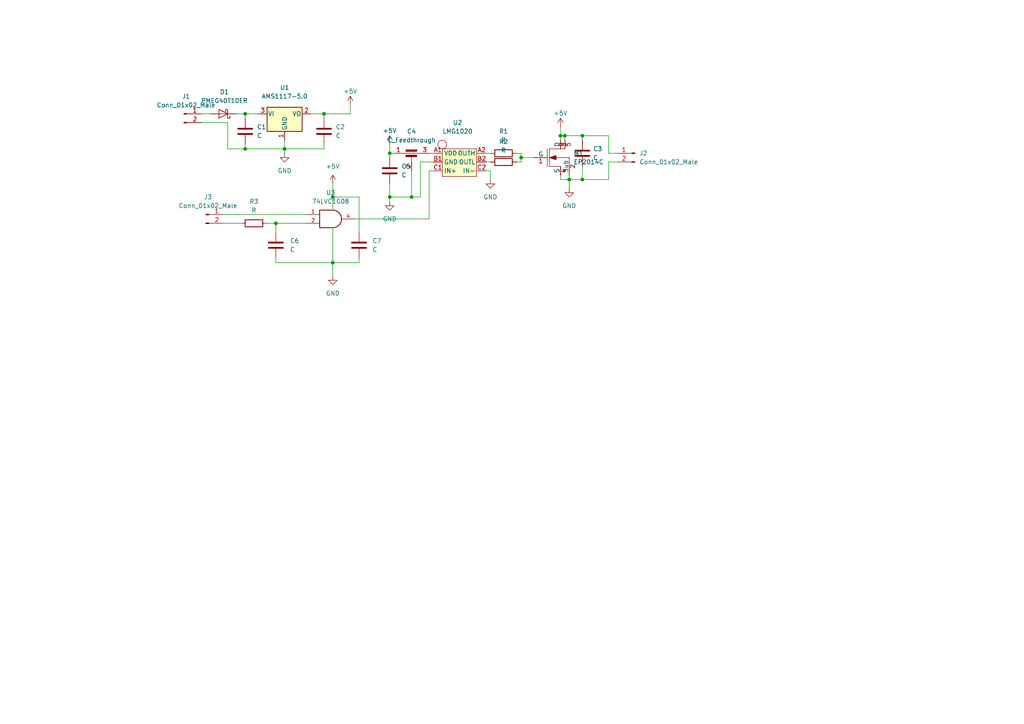
<source format=kicad_sch>
(kicad_sch (version 20211123) (generator eeschema)
  (paper "A4")
  (lib_symbols
    (symbol "74xGxx:74LVC1G08" (pin_names (offset 1.016))
      (property "Reference" "U" (at -2.54 3.81 0))
      (property "Value" "74LVC1G08" (at 0 -3.81 0))
      (symbol "74LVC1G08_0_1"
        (arc (start 0 -2.54) (mid 2.54 0) (end 0 2.54) (stroke (width 0.254)))
        (polyline (pts (xy 0 -2.54) (xy -3.81 -2.54) (xy -3.81 2.54) (xy 0 2.54)) (stroke (width 0.254)))
      )
      (symbol "74LVC1G08_1_1"
        (pin input line (at -7.62 1.27 0) (length 3.81) (name "~") (number "1"))
        (pin input line (at -7.62 -1.27 0) (length 3.81) (name "~") (number "2"))
        (pin power_in line (at 0 -2.54 270) (length 0) hide (name "GND") (number "3"))
        (pin output line (at 6.35 0 180) (length 3.81) (name "~") (number "4"))
        (pin power_in line (at 0 2.54 90) (length 0) hide (name "VCC") (number "5"))
      )
    )
    (symbol "Connector:Conn_01x02_Male" (pin_names (offset 1.016) hide)
      (property "Reference" "J" (at 0 2.54 0))
      (property "Value" "Conn_01x02_Male" (at 0 -5.08 0))
      (symbol "Conn_01x02_Male_1_1"
        (polyline (pts (xy 1.27 -2.54) (xy 0.8636 -2.54)) (stroke (width 0.1524)))
        (polyline (pts (xy 1.27 0) (xy 0.8636 0)) (stroke (width 0.1524)))
        (rectangle (start 0.8636 -2.413) (end 0 -2.667) (stroke (width 0.1524)) (fill (type outline)))
        (rectangle (start 0.8636 0.127) (end 0 -0.127) (stroke (width 0.1524)) (fill (type outline)))
        (pin passive line (at 5.08 0 180) (length 3.81) (name "Pin_1") (number "1"))
        (pin passive line (at 5.08 -2.54 180) (length 3.81) (name "Pin_2") (number "2"))
      )
    )
    (symbol "Device:C" (pin_numbers hide) (pin_names (offset 0.254))
      (property "Reference" "C" (at 0.635 2.54 0))
      (property "Value" "C" (at 0.635 -2.54 0))
      (symbol "C_0_1"
        (polyline (pts (xy -2.032 -0.762) (xy 2.032 -0.762)) (stroke (width 0.508)))
        (polyline (pts (xy -2.032 0.762) (xy 2.032 0.762)) (stroke (width 0.508)))
      )
      (symbol "C_1_1"
        (pin passive line (at 0 3.81 270) (length 2.794) (name "~") (number "1"))
        (pin passive line (at 0 -3.81 90) (length 2.794) (name "~") (number "2"))
      )
    )
    (symbol "Device:C_Feedthrough" (pin_names (offset 0.254) hide)
      (property "Reference" "C" (at 0 7.62 0))
      (property "Value" "C_Feedthrough" (at 0 5.715 0))
      (symbol "C_Feedthrough_0_1"
        (rectangle (start -1.651 1.524) (end 1.524 2.032) (fill (type outline)))
        (polyline (pts (xy -2.54 2.54) (xy 2.54 2.54)))
        (polyline (pts (xy 0 0) (xy 0 1.778)))
        (rectangle (start 1.524 3.048) (end -1.651 3.556) (fill (type outline)))
      )
      (symbol "C_Feedthrough_1_1"
        (pin passive line (at -5.08 2.54 0) (length 2.54) (name "1") (number "1"))
        (pin passive line (at 0 -2.54 90) (length 2.54) (name "2") (number "2"))
        (pin passive line (at 5.08 2.54 180) (length 2.54) (name "3") (number "3"))
      )
    )
    (symbol "Device:R" (pin_numbers hide) (pin_names (offset 0))
      (property "Reference" "R" (at 2.032 0 90))
      (property "Value" "R" (at 0 0 90))
      (symbol "R_0_1"
        (rectangle (start -1.016 -2.54) (end 1.016 2.54) (stroke (width 0.254)))
      )
      (symbol "R_1_1"
        (pin passive line (at 0 3.81 270) (length 1.27) (name "~") (number "1"))
        (pin passive line (at 0 -3.81 90) (length 1.27) (name "~") (number "2"))
      )
    )
    (symbol "Diode:PMEG40T10ER" (pin_numbers hide) (pin_names hide)
      (property "Reference" "D" (at 0 2.54 0))
      (property "Value" "PMEG40T10ER" (at 0 -2.54 0))
      (symbol "PMEG40T10ER_0_1"
        (polyline (pts (xy 1.27 0) (xy -1.27 0)))
        (polyline (pts (xy 1.27 1.27) (xy 1.27 -1.27) (xy -1.27 0) (xy 1.27 1.27)) (stroke (width 0.2032)))
        (polyline (pts (xy -1.905 0.635) (xy -1.905 1.27) (xy -1.27 1.27) (xy -1.27 -1.27) (xy -0.635 -1.27) (xy -0.635 -0.635)) (stroke (width 0.2032)))
      )
      (symbol "PMEG40T10ER_1_1"
        (pin passive line (at -3.81 0 0) (length 2.54) (name "K") (number "1"))
        (pin passive line (at 3.81 0 180) (length 2.54) (name "A") (number "2"))
      )
    )
    (symbol "FLIM_LASR:LMG1020"
      (property "Reference" "U" (at 5.08 3.81 0))
      (property "Value" "LMG1020" (at 6.35 6.35 0))
      (symbol "LMG1020_0_1"
        (polyline (pts (xy 0 1.27) (xy 0 -6.73) (xy 10 -6.73) (xy 10 1.27) (xy 0 1.27)) (fill (type background)))
        (circle (center 0 2.54) (radius 1.27))
      )
      (symbol "LMG1020_1_1"
        (pin power_in line (at -2.54 0 0) (length 2.54) (name "VDD") (number "A1"))
        (pin output line (at 12.7 0 180) (length 2.54) (name "OUTH") (number "A2"))
        (pin power_in line (at -2.54 -2.54 0) (length 2.54) (name "GND") (number "B1"))
        (pin output line (at 12.7 -2.54 180) (length 2.54) (name "OUTL") (number "B2"))
        (pin input line (at -2.54 -5.08 0) (length 2.54) (name "IN+") (number "C1"))
        (pin input line (at 12.7 -5.08 180) (length 2.54) (name "IN-") (number "C2"))
      )
    )
    (symbol "Regulator_Linear:AMS1117-5.0" (pin_names (offset 0.254))
      (property "Reference" "U" (at -3.81 3.175 0))
      (property "Value" "AMS1117-5.0" (at 0 3.175 0))
      (symbol "AMS1117-5.0_0_1"
        (rectangle (start -5.08 -5.08) (end 5.08 1.905) (stroke (width 0.254)) (fill (type background)))
      )
      (symbol "AMS1117-5.0_1_1"
        (pin power_in line (at 0 -7.62 90) (length 2.54) (name "GND") (number "1"))
        (pin power_out line (at 7.62 0 180) (length 2.54) (name "VO") (number "2"))
        (pin power_in line (at -7.62 0 0) (length 2.54) (name "VI") (number "3"))
      )
    )
    (symbol "power:+5V" (power) (pin_names (offset 0))
      (property "Value" "+5V" (at 0 3.556 0))
      (symbol "+5V_0_1"
        (polyline (pts (xy -0.762 1.27) (xy 0 2.54)))
        (polyline (pts (xy 0 0) (xy 0 2.54)))
        (polyline (pts (xy 0 2.54) (xy 0.762 1.27)))
      )
      (symbol "+5V_1_1"
        (pin power_in line (at 0 0 90) (length 0) hide (name "+5V") (number "1"))
      )
    )
    (symbol "power:GND" (power) (pin_names (offset 0))
      (property "Value" "GND" (at 0 -3.81 0))
      (symbol "GND_0_1"
        (polyline (pts (xy 0 0) (xy 0 -1.27) (xy 1.27 -1.27) (xy 0 -2.54) (xy -1.27 -1.27) (xy 0 -1.27)))
      )
      (symbol "GND_1_1"
        (pin power_in line (at 0 0 270) (length 0) hide (name "GND") (number "1"))
      )
    )
    (symbol "pspice:MNMOS" (pin_names (offset 0))
      (property "Reference" "M1" (at 6.35 1.2701 0))
      (property "Value" "EP2014C" (at 6.35 -1.2699 0))
      (symbol "MNMOS_0_1"
        (polyline (pts (xy -1.27 -2.54) (xy -1.27 2.54)))
        (polyline (pts (xy -0.635 -2.54) (xy 2.54 -2.54)))
        (polyline (pts (xy 2.54 2.54) (xy -0.635 2.54)))
        (polyline (pts (xy 3.81 2.54) (xy 2.54 2.54)))
        (polyline (pts (xy 5.08 0) (xy -0.635 0)))
        (polyline (pts (xy -0.635 0) (xy 1.27 0.635) (xy 1.27 -0.635) (xy -0.635 0)) (fill (type outline)))
      )
      (symbol "MNMOS_1_1"
        (polyline (pts (xy -0.635 -2.54) (xy -0.635 2.54)))
        (pin input line (at -5.08 0 0) (length 3.81) (name "G") (number "1"))
        (pin input line (at 5.08 -5.08 90) (length 5.08) (name "Sub") (number "2"))
        (pin passive line (at 2.54 5.08 270) (length 2.54) (name "D") (number "3"))
        (pin passive line (at 2.54 -5.08 90) (length 2.54) (name "S") (number "4"))
        (pin passive line (at 3.81 5.08 270) (length 2.54) (name "D") (number "5"))
      )
    )
  )
  (junction (at 168.91 52.07))
  (junction (at 165.1 52.07))
  (junction (at 96.52 57.15))
  (junction (at 119.38 57.15))
  (junction (at 82.55 43.18))
  (junction (at 151.13 45.72))
  (junction (at 113.03 44.45))
  (junction (at 113.03 57.15))
  (junction (at 71.12 33.02))
  (junction (at 96.52 76.2))
  (junction (at 93.98 33.02))
  (junction (at 168.91 39.37))
  (junction (at 71.12 43.18))
  (junction (at 80.01 64.77))
  (junction (at 162.56 39.37))
  (junction (at 163.83 39.37))
  (wire (pts (xy 113.03 57.15) (xy 113.03 58.42)))
  (wire (pts (xy 80.01 74.93) (xy 80.01 76.2)))
  (wire (pts (xy 93.98 33.02) (xy 93.98 34.29)))
  (wire (pts (xy 124.46 44.45) (xy 125.73 44.45)))
  (wire (pts (xy 168.91 39.37) (xy 168.91 40.64)))
  (wire (pts (xy 140.97 46.99) (xy 142.24 46.99)))
  (wire (pts (xy 162.56 52.07) (xy 165.1 52.07)))
  (wire (pts (xy 71.12 34.29) (xy 71.12 33.02)))
  (wire (pts (xy 80.01 76.2) (xy 96.52 76.2)))
  (wire (pts (xy 104.14 67.31) (xy 104.14 57.15)))
  (wire (pts (xy 168.91 52.07) (xy 165.1 52.07)))
  (wire (pts (xy 82.55 43.18) (xy 82.55 44.45)))
  (wire (pts (xy 66.04 35.56) (xy 58.42 35.56)))
  (wire (pts (xy 96.52 66.04) (xy 96.52 76.2)))
  (wire (pts (xy 163.83 39.37) (xy 163.83 40.64)))
  (wire (pts (xy 88.9 64.77) (xy 80.01 64.77)))
  (wire (pts (xy 114.3 44.45) (xy 113.03 44.45)))
  (wire (pts (xy 149.86 46.99) (xy 151.13 46.99)))
  (wire (pts (xy 66.04 35.56) (xy 66.04 43.18)))
  (wire (pts (xy 140.97 44.45) (xy 142.24 44.45)))
  (wire (pts (xy 125.73 46.99) (xy 121.92 46.99)))
  (wire (pts (xy 58.42 33.02) (xy 60.96 33.02)))
  (wire (pts (xy 80.01 64.77) (xy 80.01 67.31)))
  (wire (pts (xy 176.53 46.99) (xy 179.07 46.99)))
  (wire (pts (xy 176.53 44.45) (xy 176.53 39.37)))
  (wire (pts (xy 124.46 49.53) (xy 125.73 49.53)))
  (wire (pts (xy 119.38 57.15) (xy 113.03 57.15)))
  (wire (pts (xy 113.03 53.34) (xy 113.03 57.15)))
  (wire (pts (xy 151.13 45.72) (xy 151.13 46.99)))
  (wire (pts (xy 90.17 33.02) (xy 93.98 33.02)))
  (wire (pts (xy 162.56 50.8) (xy 162.56 52.07)))
  (wire (pts (xy 93.98 43.18) (xy 93.98 41.91)))
  (wire (pts (xy 176.53 46.99) (xy 176.53 52.07)))
  (wire (pts (xy 71.12 33.02) (xy 74.93 33.02)))
  (wire (pts (xy 140.97 49.53) (xy 142.24 49.53)))
  (wire (pts (xy 165.1 52.07) (xy 165.1 54.61)))
  (wire (pts (xy 101.6 30.48) (xy 101.6 33.02)))
  (wire (pts (xy 162.56 36.83) (xy 162.56 39.37)))
  (wire (pts (xy 168.91 48.26) (xy 168.91 52.07)))
  (wire (pts (xy 82.55 43.18) (xy 71.12 43.18)))
  (wire (pts (xy 151.13 45.72) (xy 154.94 45.72)))
  (wire (pts (xy 165.1 50.8) (xy 165.1 52.07)))
  (wire (pts (xy 77.47 64.77) (xy 80.01 64.77)))
  (wire (pts (xy 142.24 49.53) (xy 142.24 52.07)))
  (wire (pts (xy 96.52 76.2) (xy 96.52 80.01)))
  (wire (pts (xy 113.03 44.45) (xy 113.03 45.72)))
  (wire (pts (xy 113.03 41.91) (xy 113.03 44.45)))
  (wire (pts (xy 176.53 39.37) (xy 168.91 39.37)))
  (wire (pts (xy 96.52 53.34) (xy 96.52 57.15)))
  (wire (pts (xy 119.38 49.53) (xy 119.38 57.15)))
  (wire (pts (xy 71.12 43.18) (xy 71.12 41.91)))
  (wire (pts (xy 176.53 44.45) (xy 179.07 44.45)))
  (wire (pts (xy 96.52 57.15) (xy 96.52 60.96)))
  (wire (pts (xy 101.6 33.02) (xy 93.98 33.02)))
  (wire (pts (xy 96.52 76.2) (xy 104.14 76.2)))
  (wire (pts (xy 163.83 39.37) (xy 168.91 39.37)))
  (wire (pts (xy 121.92 57.15) (xy 119.38 57.15)))
  (wire (pts (xy 162.56 39.37) (xy 163.83 39.37)))
  (wire (pts (xy 82.55 43.18) (xy 93.98 43.18)))
  (wire (pts (xy 151.13 44.45) (xy 151.13 45.72)))
  (wire (pts (xy 64.77 62.23) (xy 88.9 62.23)))
  (wire (pts (xy 121.92 46.99) (xy 121.92 57.15)))
  (wire (pts (xy 104.14 57.15) (xy 96.52 57.15)))
  (wire (pts (xy 68.58 33.02) (xy 71.12 33.02)))
  (wire (pts (xy 66.04 43.18) (xy 71.12 43.18)))
  (wire (pts (xy 64.77 64.77) (xy 69.85 64.77)))
  (wire (pts (xy 162.56 39.37) (xy 162.56 40.64)))
  (wire (pts (xy 124.46 49.53) (xy 124.46 63.5)))
  (wire (pts (xy 82.55 40.64) (xy 82.55 43.18)))
  (wire (pts (xy 102.87 63.5) (xy 124.46 63.5)))
  (wire (pts (xy 149.86 44.45) (xy 151.13 44.45)))
  (wire (pts (xy 104.14 74.93) (xy 104.14 76.2)))
  (wire (pts (xy 176.53 52.07) (xy 168.91 52.07)))
  (symbol (lib_id "power:+5V") (at 96.52 53.34 0) (unit 1)
    (property "Reference" "#PWR06" (effects hide))
    (property "Value" "+5V" (at 96.52 48.26 0))
  )
  (symbol (lib_id "Connector:Conn_01x02_Male") (at 53.34 33.02 0) (unit 1)
    (property "Reference" "J1" (at 53.975 27.94 0))
    (property "Value" "Conn_01x02_Male" (at 53.975 30.48 0))
    (property "Footprint" "Connector_PinHeader_2.54mm:PinHeader_1x02_P2.54mm_Vertical" (effects hide))
  )
  (symbol (lib_id "Device:R") (at 73.66 64.77 90) (unit 1)
    (property "Reference" "R3" (at 73.66 58.46 90))
    (property "Value" "R" (at 73.66 61 90))
    (property "Footprint" "Resistor_SMD:R_0603_1608Metric_Pad0.98x0.95mm_HandSolder" (effects hide))
  )
  (symbol (lib_id "Diode:PMEG40T10ER") (at 64.77 33.02 180) (unit 1)
    (property "Reference" "D1" (at 65.0875 26.67 0))
    (property "Value" "PMEG40T10ER" (at 65.0875 29.21 0))
    (property "Footprint" "Diode_SMD:Nexperia_CFP3_SOD-123W" (effects hide))
    (property "Datasheet" "https://assets.nexperia.com/documents/data-sheet/PMEG40T10ER.pdf" (effects hide))
  )
  (symbol (lib_id "power:GND") (at 96.52 80.01 0) (unit 1)
    (property "Reference" "#PWR09" (effects hide))
    (property "Value" "GND" (at 96.52 85.09 0))
  )
  (symbol (lib_id "Device:C") (at 113.03 49.53 0) (unit 1)
    (property "Reference" "C5" (at 116.43 48.2599 0) (effects (justify left)))
    (property "Value" "C" (at 116.43 50.7999 0) (effects (justify left)))
    (property "Footprint" "Capacitor_SMD:C_0603_1608Metric_Pad1.08x0.95mm_HandSolder" (effects hide))
  )
  (symbol (lib_id "FLIM_LASR:LMG1020") (at 128.27 44.45 0) (unit 1)
    (property "Reference" "U2" (at 132.715 35.56 0))
    (property "Value" "LMG1020" (at 132.715 38.1 0))
    (property "Footprint" "FLIM_laser:LMG1020" (effects hide))
  )
  (symbol (lib_id "power:GND") (at 165.1 54.61 0) (unit 1)
    (property "Reference" "#PWR07" (effects hide))
    (property "Value" "GND" (at 165.1 59.69 0))
  )
  (symbol (lib_id "Device:R") (at 146.05 46.99 90) (unit 1)
    (property "Reference" "R2" (at 146.05 41.09 90))
    (property "Value" "R" (at 146.05 43.63 90))
    (property "Footprint" "Resistor_SMD:R_0201_0603Metric" (effects hide))
  )
  (symbol (lib_id "power:+5V") (at 101.6 30.48 0) (unit 1)
    (property "Reference" "#PWR01" (effects hide))
    (property "Value" "+5V" (at 101.6 26.48 0))
  )
  (symbol (lib_id "power:GND") (at 113.03 58.42 0) (unit 1)
    (property "Reference" "#PWR08" (effects hide))
    (property "Value" "GND" (at 113.03 63.5 0))
  )
  (symbol (lib_id "power:GND") (at 142.24 52.07 0) (unit 1)
    (property "Reference" "#PWR05" (effects hide))
    (property "Value" "GND" (at 142.24 57.15 0))
  )
  (symbol (lib_id "Connector:Conn_01x02_Male") (at 184.15 44.45 0) (mirror y) (unit 1)
    (property "Reference" "J2" (at 185.42 44.4499 0) (effects (justify right)))
    (property "Value" "Conn_01x02_Male" (at 185.42 46.9899 0) (effects (justify right)))
    (property "Footprint" "Connector_PinSocket_2.54mm:PinSocket_1x02_P2.54mm_Vertical" (effects hide))
  )
  (symbol (lib_id "power:+5V") (at 162.56 36.83 0) (unit 1)
    (property "Reference" "#PWR02" (effects hide))
    (property "Value" "+5V" (at 162.56 32.83 0))
  )
  (symbol (lib_id "Device:C") (at 71.12 38.1 0) (unit 1)
    (property "Reference" "C1" (at 74.52 36.8299 0) (effects (justify left)))
    (property "Value" "C" (at 74.52 39.3699 0) (effects (justify left)))
    (property "Footprint" "Capacitor_SMD:C_0603_1608Metric_Pad1.08x0.95mm_HandSolder" (effects hide))
  )
  (symbol (lib_id "power:+5V") (at 113.03 41.91 0) (unit 1)
    (property "Reference" "#PWR03" (effects hide))
    (property "Value" "+5V" (at 113.03 37.91 0))
  )
  (symbol (lib_id "Connector:Conn_01x02_Male") (at 59.69 62.23 0) (unit 1)
    (property "Reference" "J3" (at 60.325 57.15 0))
    (property "Value" "Conn_01x02_Male" (at 60.325 59.69 0))
    (property "Footprint" "Connector_PinHeader_2.54mm:PinHeader_1x02_P2.54mm_Vertical" (effects hide))
  )
  (symbol (lib_id "Device:C") (at 168.91 44.45 0) (unit 1)
    (property "Reference" "C3" (at 172 43.1799 0) (effects (justify left)))
    (property "Value" "C" (at 172 45.7199 0) (effects (justify left)))
    (property "Footprint" "Capacitor_SMD:C_0603_1608Metric_Pad1.08x0.95mm_HandSolder" (effects hide))
  )
  (symbol (lib_id "Regulator_Linear:AMS1117-5.0") (at 82.55 33.02 0) (unit 1)
    (property "Reference" "U1" (at 82.55 25.4 0))
    (property "Value" "AMS1117-5.0" (at 82.55 27.94 0))
    (property "Footprint" "Package_TO_SOT_SMD:SOT-223-3_TabPin2" (effects hide))
    (property "Datasheet" "http://www.advanced-monolithic.com/pdf/ds1117.pdf" (effects hide))
  )
  (symbol (lib_id "Device:C_Feedthrough") (at 119.38 46.99 0) (unit 1)
    (property "Reference" "C4" (at 119.38 38.1 0))
    (property "Value" "C_Feedthrough" (at 119.38 40.64 0))
    (property "Footprint" "FLIM_laser:YFF18PW0J474M" (effects hide))
  )
  (symbol (lib_id "power:GND") (at 82.55 44.45 0) (unit 1)
    (property "Reference" "#PWR04" (effects hide))
    (property "Value" "GND" (at 82.55 49.53 0))
  )
  (symbol (lib_id "pspice:MNMOS") (at 160.02 45.72 0) (unit 1)
    (property "Reference" "M1" (at 166.37 44.4499 0) (effects (justify left)))
    (property "Value" "EP2014C" (at 166.37 46.9899 0) (effects (justify left)))
    (property "Footprint" "FLIM_laser:EPC2014C" (effects hide))
  )
  (symbol (lib_id "74xGxx:74LVC1G08") (at 96.52 63.5 0) (unit 1)
    (property "Reference" "U3" (at 95.885 55.88 0))
    (property "Value" "74LVC1G08" (at 95.885 58.42 0))
    (property "Footprint" "Package_TO_SOT_SMD:SOT-353_SC-70-5_Handsoldering" (effects hide))
    (property "Datasheet" "http://www.ti.com/lit/sg/scyt129e/scyt129e.pdf" (effects hide))
  )
  (symbol (lib_id "Device:C") (at 93.98 38.1 0) (unit 1)
    (property "Reference" "C2" (at 97.38 36.8299 0) (effects (justify left)))
    (property "Value" "C" (at 97.38 39.3699 0) (effects (justify left)))
    (property "Footprint" "Capacitor_SMD:C_0603_1608Metric_Pad1.08x0.95mm_HandSolder" (effects hide))
  )
  (symbol (lib_id "Device:C") (at 104.14 71.12 0) (unit 1)
    (property "Reference" "C7" (at 107.99 69.8499 0) (effects (justify left)))
    (property "Value" "C" (at 107.99 72.3899 0) (effects (justify left)))
    (property "Footprint" "Capacitor_SMD:C_0603_1608Metric_Pad1.08x0.95mm_HandSolder" (effects hide))
  )
  (symbol (lib_id "Device:C") (at 80.01 71.12 0) (unit 1)
    (property "Reference" "C6" (at 84.08 69.8499 0) (effects (justify left)))
    (property "Value" "C" (at 84.08 72.3899 0) (effects (justify left)))
    (property "Footprint" "Capacitor_SMD:C_0603_1608Metric_Pad1.08x0.95mm_HandSolder" (effects hide))
  )
  (symbol (lib_id "Device:R") (at 146.05 44.45 90) (unit 1)
    (property "Reference" "R1" (at 146.05 38.1 90))
    (property "Value" "R" (at 146.05 40.64 90))
    (property "Footprint" "Resistor_SMD:R_0201_0603Metric" (effects hide))
  )
)
</source>
